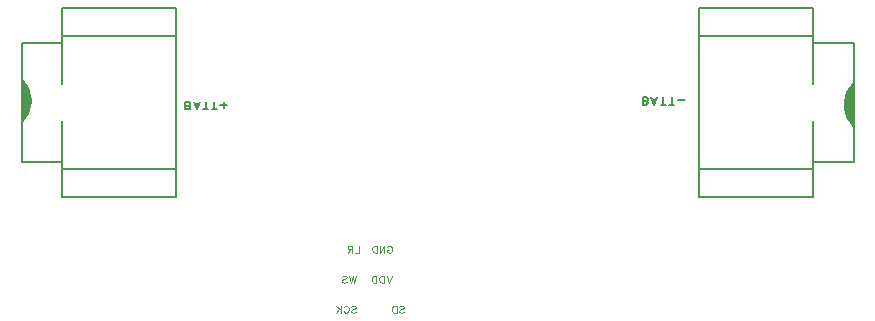
<source format=gbo>
G04 Layer: BottomSilkscreenLayer*
G04 EasyEDA Pro v2.2.38.8, 2025-04-29 09:25:40*
G04 Gerber Generator version 0.3*
G04 Scale: 100 percent, Rotated: No, Reflected: No*
G04 Dimensions in millimeters*
G04 Leading zeros omitted, absolute positions, 4 integers and 5 decimals*
%FSLAX45Y45*%
%MOMM*%
%ADD10C,0.1*%
%ADD11C,0.1524*%
%ADD12C,0.15199*%
G75*


G04 Text Start*
G54D10*
G01X4922520Y-2125660D02*
G01X4922520Y-2184842D01*
G01X4922520Y-2184842D02*
G01X4888738Y-2184842D01*
G01X4865116Y-2125660D02*
G01X4865116Y-2184842D01*
G01X4865116Y-2125660D02*
G01X4839970Y-2125660D01*
G01X4831588Y-2128454D01*
G01X4828794Y-2131248D01*
G01X4825746Y-2137090D01*
G01X4825746Y-2142678D01*
G01X4828794Y-2148266D01*
G01X4831588Y-2151060D01*
G01X4839970Y-2153854D01*
G01X4865116Y-2153854D01*
G01X4845558Y-2153854D02*
G01X4825746Y-2184842D01*
G01X5159756Y-2139884D02*
G01X5162550Y-2134042D01*
G01X5168138Y-2128454D01*
G01X5173980Y-2125660D01*
G01X5185156Y-2125660D01*
G01X5190744Y-2128454D01*
G01X5196332Y-2134042D01*
G01X5199126Y-2139884D01*
G01X5201920Y-2148266D01*
G01X5201920Y-2162236D01*
G01X5199126Y-2170618D01*
G01X5196332Y-2176460D01*
G01X5190744Y-2182048D01*
G01X5185156Y-2184842D01*
G01X5173980Y-2184842D01*
G01X5168138Y-2182048D01*
G01X5162550Y-2176460D01*
G01X5159756Y-2170618D01*
G01X5159756Y-2162236D01*
G01X5173980Y-2162236D02*
G01X5159756Y-2162236D01*
G01X5136134Y-2125660D02*
G01X5136134Y-2184842D01*
G01X5136134Y-2125660D02*
G01X5096764Y-2184842D01*
G01X5096764Y-2125660D02*
G01X5096764Y-2184842D01*
G01X5073142Y-2125660D02*
G01X5073142Y-2184842D01*
G01X5073142Y-2125660D02*
G01X5053584Y-2125660D01*
G01X5045202Y-2128454D01*
G01X5039614Y-2134042D01*
G01X5036820Y-2139884D01*
G01X5033772Y-2148266D01*
G01X5033772Y-2162236D01*
G01X5036820Y-2170618D01*
G01X5039614Y-2176460D01*
G01X5045202Y-2182048D01*
G01X5053584Y-2184842D01*
G01X5073142Y-2184842D01*
G01X5201920Y-2379660D02*
G01X5179568Y-2438842D01*
G01X5156962Y-2379660D02*
G01X5179568Y-2438842D01*
G01X5133340Y-2379660D02*
G01X5133340Y-2438842D01*
G01X5133340Y-2379660D02*
G01X5113782Y-2379660D01*
G01X5105400Y-2382454D01*
G01X5099812Y-2388042D01*
G01X5097018Y-2393884D01*
G01X5093970Y-2402266D01*
G01X5093970Y-2416236D01*
G01X5097018Y-2424618D01*
G01X5099812Y-2430460D01*
G01X5105400Y-2436048D01*
G01X5113782Y-2438842D01*
G01X5133340Y-2438842D01*
G01X5070348Y-2379660D02*
G01X5070348Y-2438842D01*
G01X5070348Y-2379660D02*
G01X5050790Y-2379660D01*
G01X5042408Y-2382454D01*
G01X5036820Y-2388042D01*
G01X5034026Y-2393884D01*
G01X5030978Y-2402266D01*
G01X5030978Y-2416236D01*
G01X5034026Y-2424618D01*
G01X5036820Y-2430460D01*
G01X5042408Y-2436048D01*
G01X5050790Y-2438842D01*
G01X5070348Y-2438842D01*
G01X4897120Y-2379660D02*
G01X4883150Y-2438842D01*
G01X4869180Y-2379660D02*
G01X4883150Y-2438842D01*
G01X4869180Y-2379660D02*
G01X4854956Y-2438842D01*
G01X4840986Y-2379660D02*
G01X4854956Y-2438842D01*
G01X4777994Y-2388042D02*
G01X4783836Y-2382454D01*
G01X4792218Y-2379660D01*
G01X4803394Y-2379660D01*
G01X4811776Y-2382454D01*
G01X4817364Y-2388042D01*
G01X4817364Y-2393884D01*
G01X4814570Y-2399472D01*
G01X4811776Y-2402266D01*
G01X4806188Y-2405060D01*
G01X4789424Y-2410648D01*
G01X4783836Y-2413442D01*
G01X4781042Y-2416236D01*
G01X4777994Y-2421824D01*
G01X4777994Y-2430460D01*
G01X4783836Y-2436048D01*
G01X4792218Y-2438842D01*
G01X4803394Y-2438842D01*
G01X4811776Y-2436048D01*
G01X4817364Y-2430460D01*
G01X4857750Y-2642042D02*
G01X4863338Y-2636454D01*
G01X4871974Y-2633660D01*
G01X4883150Y-2633660D01*
G01X4891532Y-2636454D01*
G01X4897120Y-2642042D01*
G01X4897120Y-2647884D01*
G01X4894326Y-2653472D01*
G01X4891532Y-2656266D01*
G01X4885944Y-2659060D01*
G01X4869180Y-2664648D01*
G01X4863338Y-2667442D01*
G01X4860544Y-2670236D01*
G01X4857750Y-2675824D01*
G01X4857750Y-2684460D01*
G01X4863338Y-2690048D01*
G01X4871974Y-2692842D01*
G01X4883150Y-2692842D01*
G01X4891532Y-2690048D01*
G01X4897120Y-2684460D01*
G01X4791964Y-2647884D02*
G01X4794758Y-2642042D01*
G01X4800600Y-2636454D01*
G01X4806188Y-2633660D01*
G01X4817364Y-2633660D01*
G01X4822952Y-2636454D01*
G01X4828540Y-2642042D01*
G01X4831334Y-2647884D01*
G01X4834128Y-2656266D01*
G01X4834128Y-2670236D01*
G01X4831334Y-2678618D01*
G01X4828540Y-2684460D01*
G01X4822952Y-2690048D01*
G01X4817364Y-2692842D01*
G01X4806188Y-2692842D01*
G01X4800600Y-2690048D01*
G01X4794758Y-2684460D01*
G01X4791964Y-2678618D01*
G01X4768342Y-2633660D02*
G01X4768342Y-2692842D01*
G01X4728972Y-2633660D02*
G01X4768342Y-2673030D01*
G01X4754372Y-2659060D02*
G01X4728972Y-2692842D01*
G01X5264150Y-2642042D02*
G01X5269738Y-2636454D01*
G01X5278374Y-2633660D01*
G01X5289550Y-2633660D01*
G01X5297932Y-2636454D01*
G01X5303520Y-2642042D01*
G01X5303520Y-2647884D01*
G01X5300726Y-2653472D01*
G01X5297932Y-2656266D01*
G01X5292344Y-2659060D01*
G01X5275580Y-2664648D01*
G01X5269738Y-2667442D01*
G01X5266944Y-2670236D01*
G01X5264150Y-2675824D01*
G01X5264150Y-2684460D01*
G01X5269738Y-2690048D01*
G01X5278374Y-2692842D01*
G01X5289550Y-2692842D01*
G01X5297932Y-2690048D01*
G01X5303520Y-2684460D01*
G01X5240528Y-2633660D02*
G01X5240528Y-2692842D01*
G01X5240528Y-2633660D02*
G01X5220970Y-2633660D01*
G01X5212588Y-2636454D01*
G01X5207000Y-2642042D01*
G01X5204206Y-2647884D01*
G01X5201158Y-2656266D01*
G01X5201158Y-2670236D01*
G01X5204206Y-2678618D01*
G01X5207000Y-2684460D01*
G01X5212588Y-2690048D01*
G01X5220970Y-2692842D01*
G01X5240528Y-2692842D01*
G54D11*
G01X7322820Y-932434D02*
G01X7322820Y-867410D01*
G01X7322820Y-932434D02*
G01X7350760Y-932434D01*
G01X7359904Y-929386D01*
G01X7362952Y-926338D01*
G01X7366254Y-919988D01*
G01X7366254Y-913892D01*
G01X7362952Y-907796D01*
G01X7359904Y-904748D01*
G01X7350760Y-901446D01*
G01X7322820Y-901446D02*
G01X7350760Y-901446D01*
G01X7359904Y-898398D01*
G01X7362952Y-895350D01*
G01X7366254Y-889254D01*
G01X7366254Y-879856D01*
G01X7362952Y-873760D01*
G01X7359904Y-870458D01*
G01X7350760Y-867410D01*
G01X7322820Y-867410D01*
G01X7421118Y-932434D02*
G01X7396480Y-867410D01*
G01X7421118Y-932434D02*
G01X7446010Y-867410D01*
G01X7405624Y-889254D02*
G01X7436612Y-889254D01*
G01X7497826Y-932434D02*
G01X7497826Y-867410D01*
G01X7476236Y-932434D02*
G01X7519416Y-932434D01*
G01X7571232Y-932434D02*
G01X7571232Y-867410D01*
G01X7549642Y-932434D02*
G01X7592822Y-932434D01*
G01X7623048Y-895350D02*
G01X7678674Y-895350D01*
G01X3449320Y-970534D02*
G01X3449320Y-905510D01*
G01X3449320Y-970534D02*
G01X3477260Y-970534D01*
G01X3486404Y-967486D01*
G01X3489452Y-964438D01*
G01X3492754Y-958088D01*
G01X3492754Y-951992D01*
G01X3489452Y-945896D01*
G01X3486404Y-942848D01*
G01X3477260Y-939546D01*
G01X3449320Y-939546D02*
G01X3477260Y-939546D01*
G01X3486404Y-936498D01*
G01X3489452Y-933450D01*
G01X3492754Y-927354D01*
G01X3492754Y-917956D01*
G01X3489452Y-911860D01*
G01X3486404Y-908558D01*
G01X3477260Y-905510D01*
G01X3449320Y-905510D01*
G01X3547618Y-970534D02*
G01X3522980Y-905510D01*
G01X3547618Y-970534D02*
G01X3572510Y-905510D01*
G01X3532124Y-927354D02*
G01X3563112Y-927354D01*
G01X3624326Y-970534D02*
G01X3624326Y-905510D01*
G01X3602736Y-970534D02*
G01X3645916Y-970534D01*
G01X3697732Y-970534D02*
G01X3697732Y-905510D01*
G01X3676142Y-970534D02*
G01X3719322Y-970534D01*
G01X3777234Y-961390D02*
G01X3777234Y-905510D01*
G01X3749548Y-933450D02*
G01X3805174Y-933450D01*
G04 Text End*

G04 PolygonModel Start*
G54D12*
G01X8764262Y-1419644D02*
G01X9109194Y-1419644D01*
G01X9109194Y-1419644D02*
G01X9109194Y-409478D01*
G01X9109194Y-409478D02*
G01X8764262Y-409478D01*
G01X8764262Y-409478D02*
G01X8764262Y-449362D01*
G01X8764321Y-1714439D02*
G01X7804305Y-1714439D01*
G01X7804305Y-1714439D02*
G01X7804305Y-114445D01*
G01X7804305Y-114445D02*
G01X8764321Y-114445D01*
G01X8764321Y-114445D02*
G01X8764321Y-757131D01*
G01X8764321Y-349440D02*
G01X7804305Y-349440D01*
G01X7804305Y-1479431D02*
G01X8764321Y-1479431D01*
G01X8764321Y-1071730D02*
G01X8764321Y-1714439D01*
G01X9034302Y-947511D02*
G01X9034302Y-914430D01*
G01X9097952Y-760768D02*
G01X9099311Y-759419D01*
G01X9034302Y-914430D02*
G02X9107957Y-751380I217284J7D01*
G01X9106883Y-1111651D02*
G02X9034302Y-947511I149339J164153D01*
G36*
G01X9109184Y-1109419D02*
G02X9034302Y-928614I180807J180792D01*
G01X9034302Y-914430D01*
G02X9094485Y-769127I205473J11D01*
G01X9109184Y-754418D01*
G01X9109184Y-1109419D01*
G37*
G01X2411738Y-409156D02*
G01X2066806Y-409156D01*
G01X2066806Y-409156D02*
G01X2066806Y-1419322D01*
G01X2066806Y-1419322D02*
G01X2411738Y-1419322D01*
G01X2411738Y-1419322D02*
G01X2411738Y-1379438D01*
G01X2411679Y-114361D02*
G01X3371695Y-114361D01*
G01X3371695Y-114361D02*
G01X3371695Y-1714355D01*
G01X3371695Y-1714355D02*
G01X2411679Y-1714355D01*
G01X2411679Y-1714355D02*
G01X2411679Y-1071669D01*
G01X2411679Y-1479359D02*
G01X3371695Y-1479359D01*
G01X3371695Y-349369D02*
G01X2411679Y-349369D01*
G01X2411679Y-757070D02*
G01X2411679Y-114361D01*
G01X2141698Y-881289D02*
G01X2141698Y-914370D01*
G01X2078048Y-1068032D02*
G01X2076689Y-1069381D01*
G01X2141698Y-914370D02*
G02X2068043Y-1077420I-217284J-7D01*
G01X2069117Y-717149D02*
G02X2141698Y-881289I-149339J-164153D01*
G36*
G01X2066816Y-719381D02*
G02X2141698Y-900186I-180807J-180792D01*
G01X2141698Y-914370D01*
G02X2081515Y-1059673I-205473J-11D01*
G01X2066816Y-1074382D01*
G01X2066816Y-719381D01*
G37*

M02*


</source>
